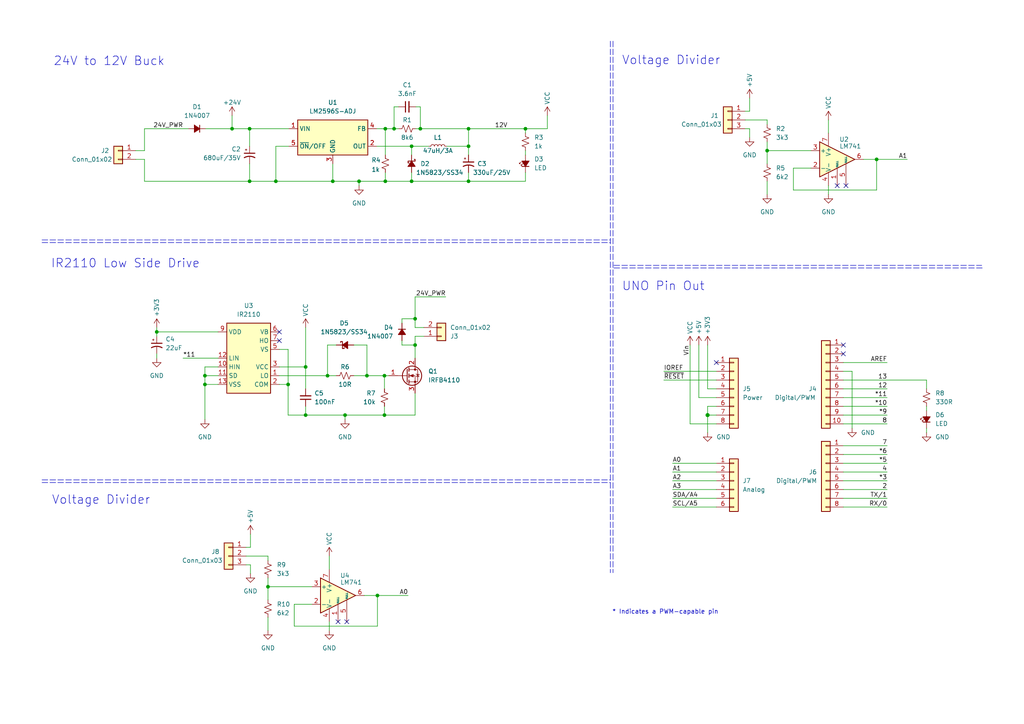
<source format=kicad_sch>
(kicad_sch (version 20230121) (generator eeschema)
  (paper "A4")
  (title_block (title "BSPD_Nucleo_Shield") (date "2024-03-20") (rev "1.0") (company "Phiscape"))
  (lib_symbols
    (symbol "Amplifier_Operational:LM741" (pin_names (offset 0.127))
      (property "Reference" "U" (at 0 6.35 0))
      (property "Value" "LM741" (at 0 3.81 0))
      (symbol "LM741_0_1"
        (polyline (pts (xy -5.08 5.08) (xy 5.08 0) (xy -5.08 -5.08) (xy -5.08 5.08)) (stroke (width 0.254)) (fill (type background)))
      )
      (symbol "LM741_1_1"
        (pin input line (at 0 -7.62 90) (length 5.08) (name "NULL") (number "1"))
        (pin input line (at -7.62 -2.54 0) (length 2.54) (name "-") (number "2"))
        (pin input line (at -7.62 2.54 0) (length 2.54) (name "+") (number "3"))
        (pin power_in line (at -2.54 -7.62 90) (length 3.81) (name "V-") (number "4"))
        (pin input line (at 2.54 -7.62 90) (length 6.35) (name "NULL") (number "5"))
        (pin output line (at 7.62 0 180) (length 2.54) (name "~") (number "6"))
        (pin power_in line (at -2.54 7.62 270) (length 3.81) (name "V+") (number "7"))
        (pin no_connect line (at 0 2.54 270) (length 2.54) hide (name "NC") (number "8"))
      )
    )
    (symbol "Connector_Generic:Conn_01x02" (pin_names (offset 1.016) hide)
      (property "Reference" "J" (at 0 2.54 0))
      (property "Value" "Conn_01x02" (at 0 -5.08 0))
      (symbol "Conn_01x02_1_1"
        (rectangle (start -1.27 -2.413) (end 0 -2.667) (stroke (width 0.1524)))
        (rectangle (start -1.27 0.127) (end 0 -0.127) (stroke (width 0.1524)))
        (rectangle (start -1.27 1.27) (end 1.27 -3.81) (stroke (width 0.254)) (fill (type background)))
        (pin passive line (at -5.08 0 0) (length 3.81) (name "Pin_1") (number "1"))
        (pin passive line (at -5.08 -2.54 0) (length 3.81) (name "Pin_2") (number "2"))
      )
    )
    (symbol "Connector_Generic:Conn_01x03" (pin_names (offset 1.016) hide)
      (property "Reference" "J" (at 0 5.08 0))
      (property "Value" "Conn_01x03" (at 0 -5.08 0))
      (symbol "Conn_01x03_1_1"
        (rectangle (start -1.27 -2.413) (end 0 -2.667) (stroke (width 0.1524)))
        (rectangle (start -1.27 0.127) (end 0 -0.127) (stroke (width 0.1524)))
        (rectangle (start -1.27 2.667) (end 0 2.413) (stroke (width 0.1524)))
        (rectangle (start -1.27 3.81) (end 1.27 -3.81) (stroke (width 0.254)) (fill (type background)))
        (pin passive line (at -5.08 2.54 0) (length 3.81) (name "Pin_1") (number "1"))
        (pin passive line (at -5.08 0 0) (length 3.81) (name "Pin_2") (number "2"))
        (pin passive line (at -5.08 -2.54 0) (length 3.81) (name "Pin_3") (number "3"))
      )
    )
    (symbol "Connector_Generic:Conn_01x06" (pin_names (offset 1.016) hide)
      (property "Reference" "J" (at 0 7.62 0))
      (property "Value" "Conn_01x06" (at 0 -10.16 0))
      (symbol "Conn_01x06_1_1"
        (rectangle (start -1.27 -7.493) (end 0 -7.747) (stroke (width 0.1524)))
        (rectangle (start -1.27 -4.953) (end 0 -5.207) (stroke (width 0.1524)))
        (rectangle (start -1.27 -2.413) (end 0 -2.667) (stroke (width 0.1524)))
        (rectangle (start -1.27 0.127) (end 0 -0.127) (stroke (width 0.1524)))
        (rectangle (start -1.27 2.667) (end 0 2.413) (stroke (width 0.1524)))
        (rectangle (start -1.27 5.207) (end 0 4.953) (stroke (width 0.1524)))
        (rectangle (start -1.27 6.35) (end 1.27 -8.89) (stroke (width 0.254)) (fill (type background)))
        (pin passive line (at -5.08 5.08 0) (length 3.81) (name "Pin_1") (number "1"))
        (pin passive line (at -5.08 2.54 0) (length 3.81) (name "Pin_2") (number "2"))
        (pin passive line (at -5.08 0 0) (length 3.81) (name "Pin_3") (number "3"))
        (pin passive line (at -5.08 -2.54 0) (length 3.81) (name "Pin_4") (number "4"))
        (pin passive line (at -5.08 -5.08 0) (length 3.81) (name "Pin_5") (number "5"))
        (pin passive line (at -5.08 -7.62 0) (length 3.81) (name "Pin_6") (number "6"))
      )
    )
    (symbol "Connector_Generic:Conn_01x08" (pin_names (offset 1.016) hide)
      (property "Reference" "J" (at 0 10.16 0))
      (property "Value" "Conn_01x08" (at 0 -12.7 0))
      (symbol "Conn_01x08_1_1"
        (rectangle (start -1.27 -10.033) (end 0 -10.287) (stroke (width 0.1524)))
        (rectangle (start -1.27 -7.493) (end 0 -7.747) (stroke (width 0.1524)))
        (rectangle (start -1.27 -4.953) (end 0 -5.207) (stroke (width 0.1524)))
        (rectangle (start -1.27 -2.413) (end 0 -2.667) (stroke (width 0.1524)))
        (rectangle (start -1.27 0.127) (end 0 -0.127) (stroke (width 0.1524)))
        (rectangle (start -1.27 2.667) (end 0 2.413) (stroke (width 0.1524)))
        (rectangle (start -1.27 5.207) (end 0 4.953) (stroke (width 0.1524)))
        (rectangle (start -1.27 7.747) (end 0 7.493) (stroke (width 0.1524)))
        (rectangle (start -1.27 8.89) (end 1.27 -11.43) (stroke (width 0.254)) (fill (type background)))
        (pin passive line (at -5.08 7.62 0) (length 3.81) (name "Pin_1") (number "1"))
        (pin passive line (at -5.08 5.08 0) (length 3.81) (name "Pin_2") (number "2"))
        (pin passive line (at -5.08 2.54 0) (length 3.81) (name "Pin_3") (number "3"))
        (pin passive line (at -5.08 0 0) (length 3.81) (name "Pin_4") (number "4"))
        (pin passive line (at -5.08 -2.54 0) (length 3.81) (name "Pin_5") (number "5"))
        (pin passive line (at -5.08 -5.08 0) (length 3.81) (name "Pin_6") (number "6"))
        (pin passive line (at -5.08 -7.62 0) (length 3.81) (name "Pin_7") (number "7"))
        (pin passive line (at -5.08 -10.16 0) (length 3.81) (name "Pin_8") (number "8"))
      )
    )
    (symbol "Connector_Generic:Conn_01x10" (pin_names (offset 1.016) hide)
      (property "Reference" "J" (at 0 12.7 0))
      (property "Value" "Conn_01x10" (at 0 -15.24 0))
      (symbol "Conn_01x10_1_1"
        (rectangle (start -1.27 -12.573) (end 0 -12.827) (stroke (width 0.1524)))
        (rectangle (start -1.27 -10.033) (end 0 -10.287) (stroke (width 0.1524)))
        (rectangle (start -1.27 -7.493) (end 0 -7.747) (stroke (width 0.1524)))
        (rectangle (start -1.27 -4.953) (end 0 -5.207) (stroke (width 0.1524)))
        (rectangle (start -1.27 -2.413) (end 0 -2.667) (stroke (width 0.1524)))
        (rectangle (start -1.27 0.127) (end 0 -0.127) (stroke (width 0.1524)))
        (rectangle (start -1.27 2.667) (end 0 2.413) (stroke (width 0.1524)))
        (rectangle (start -1.27 5.207) (end 0 4.953) (stroke (width 0.1524)))
        (rectangle (start -1.27 7.747) (end 0 7.493) (stroke (width 0.1524)))
        (rectangle (start -1.27 10.287) (end 0 10.033) (stroke (width 0.1524)))
        (rectangle (start -1.27 11.43) (end 1.27 -13.97) (stroke (width 0.254)) (fill (type background)))
        (pin passive line (at -5.08 10.16 0) (length 3.81) (name "Pin_1") (number "1"))
        (pin passive line (at -5.08 -12.7 0) (length 3.81) (name "Pin_10") (number "10"))
        (pin passive line (at -5.08 7.62 0) (length 3.81) (name "Pin_2") (number "2"))
        (pin passive line (at -5.08 5.08 0) (length 3.81) (name "Pin_3") (number "3"))
        (pin passive line (at -5.08 2.54 0) (length 3.81) (name "Pin_4") (number "4"))
        (pin passive line (at -5.08 0 0) (length 3.81) (name "Pin_5") (number "5"))
        (pin passive line (at -5.08 -2.54 0) (length 3.81) (name "Pin_6") (number "6"))
        (pin passive line (at -5.08 -5.08 0) (length 3.81) (name "Pin_7") (number "7"))
        (pin passive line (at -5.08 -7.62 0) (length 3.81) (name "Pin_8") (number "8"))
        (pin passive line (at -5.08 -10.16 0) (length 3.81) (name "Pin_9") (number "9"))
      )
    )
    (symbol "Device:C_Polarized_Small_US" (pin_numbers hide) (pin_names (offset 0.254) hide)
      (property "Reference" "C" (at 0.254 1.778 0))
      (property "Value" "C_Polarized_Small_US" (at 0.254 -2.032 0))
      (symbol "C_Polarized_Small_US_0_1"
        (polyline (pts (xy -1.524 0.508) (xy 1.524 0.508)) (stroke (width 0.3048)))
        (polyline (pts (xy -1.27 1.524) (xy -0.762 1.524)))
        (polyline (pts (xy -1.016 1.27) (xy -1.016 1.778)))
        (arc (start 1.524 -0.762) (mid 0 -0.3734) (end -1.524 -0.762) (stroke (width 0.3048)))
      )
      (symbol "C_Polarized_Small_US_1_1"
        (pin passive line (at 0 2.54 270) (length 2.032) (name "~") (number "1"))
        (pin passive line (at 0 -2.54 90) (length 2.032) (name "~") (number "2"))
      )
    )
    (symbol "Device:C_Small" (pin_numbers hide) (pin_names (offset 0.254) hide)
      (property "Reference" "C" (at 0.254 1.778 0))
      (property "Value" "C_Small" (at 0.254 -2.032 0))
      (symbol "C_Small_0_1"
        (polyline (pts (xy -1.524 -0.508) (xy 1.524 -0.508)) (stroke (width 0.3302)))
        (polyline (pts (xy -1.524 0.508) (xy 1.524 0.508)) (stroke (width 0.3048)))
      )
      (symbol "C_Small_1_1"
        (pin passive line (at 0 2.54 270) (length 2.032) (name "~") (number "1"))
        (pin passive line (at 0 -2.54 90) (length 2.032) (name "~") (number "2"))
      )
    )
    (symbol "Device:D_Schottky_Small_Filled" (pin_numbers hide) (pin_names (offset 0.254) hide)
      (property "Reference" "D" (at -1.27 2.032 0))
      (property "Value" "D_Schottky_Small_Filled" (at -7.112 -2.032 0))
      (symbol "D_Schottky_Small_Filled_0_1"
        (polyline (pts (xy -0.762 0) (xy 0.762 0)))
        (polyline (pts (xy 0.762 -1.016) (xy -0.762 0) (xy 0.762 1.016) (xy 0.762 -1.016)) (stroke (width 0.254)) (fill (type outline)))
        (polyline (pts (xy -1.27 0.762) (xy -1.27 1.016) (xy -0.762 1.016) (xy -0.762 -1.016) (xy -0.254 -1.016) (xy -0.254 -0.762)) (stroke (width 0.254)))
      )
      (symbol "D_Schottky_Small_Filled_1_1"
        (pin passive line (at -2.54 0 0) (length 1.778) (name "K") (number "1"))
        (pin passive line (at 2.54 0 180) (length 1.778) (name "A") (number "2"))
      )
    )
    (symbol "Device:D_Small_Filled" (pin_numbers hide) (pin_names (offset 0.254) hide)
      (property "Reference" "D" (at -1.27 2.032 0))
      (property "Value" "D_Small_Filled" (at -3.81 -2.032 0))
      (symbol "D_Small_Filled_0_1"
        (polyline (pts (xy -0.762 -1.016) (xy -0.762 1.016)) (stroke (width 0.254)))
        (polyline (pts (xy -0.762 0) (xy 0.762 0)))
        (polyline (pts (xy 0.762 -1.016) (xy -0.762 0) (xy 0.762 1.016) (xy 0.762 -1.016)) (stroke (width 0.254)) (fill (type outline)))
      )
      (symbol "D_Small_Filled_1_1"
        (pin passive line (at -2.54 0 0) (length 1.778) (name "K") (number "1"))
        (pin passive line (at 2.54 0 180) (length 1.778) (name "A") (number "2"))
      )
    )
    (symbol "Device:LED_Small_Filled" (pin_numbers hide) (pin_names (offset 0.254) hide)
      (property "Reference" "D" (at -1.27 3.175 0))
      (property "Value" "LED_Small_Filled" (at -4.445 -2.54 0))
      (symbol "LED_Small_Filled_0_1"
        (polyline (pts (xy -0.762 -1.016) (xy -0.762 1.016)) (stroke (width 0.254)))
        (polyline (pts (xy 1.016 0) (xy -0.762 0)))
        (polyline (pts (xy 0.762 -1.016) (xy -0.762 0) (xy 0.762 1.016) (xy 0.762 -1.016)) (stroke (width 0.254)) (fill (type outline)))
        (polyline (pts (xy 0 0.762) (xy -0.508 1.27) (xy -0.254 1.27) (xy -0.508 1.27) (xy -0.508 1.016)))
        (polyline (pts (xy 0.508 1.27) (xy 0 1.778) (xy 0.254 1.778) (xy 0 1.778) (xy 0 1.524)))
      )
      (symbol "LED_Small_Filled_1_1"
        (pin passive line (at -2.54 0 0) (length 1.778) (name "K") (number "1"))
        (pin passive line (at 2.54 0 180) (length 1.778) (name "A") (number "2"))
      )
    )
    (symbol "Device:L_Small" (pin_numbers hide) (pin_names (offset 0.254) hide)
      (property "Reference" "L" (at 0.762 1.016 0))
      (property "Value" "L_Small" (at 0.762 -1.016 0))
      (symbol "L_Small_0_1"
        (arc (start 0 -2.032) (mid 0.5058 -1.524) (end 0 -1.016))
        (arc (start 0 -1.016) (mid 0.5058 -0.508) (end 0 0))
        (arc (start 0 0) (mid 0.5058 0.508) (end 0 1.016))
        (arc (start 0 1.016) (mid 0.5058 1.524) (end 0 2.032))
      )
      (symbol "L_Small_1_1"
        (pin passive line (at 0 2.54 270) (length 0.508) (name "~") (number "1"))
        (pin passive line (at 0 -2.54 90) (length 0.508) (name "~") (number "2"))
      )
    )
    (symbol "Device:Q_NMOS_GDS" (pin_names (offset 0) hide)
      (property "Reference" "Q" (at 5.08 1.27 0))
      (property "Value" "Q_NMOS_GDS" (at 5.08 -1.27 0))
      (symbol "Q_NMOS_GDS_0_1"
        (polyline (pts (xy 0.254 0) (xy -2.54 0)))
        (polyline (pts (xy 0.254 1.905) (xy 0.254 -1.905)) (stroke (width 0.254)))
        (polyline (pts (xy 0.762 -1.27) (xy 0.762 -2.286)) (stroke (width 0.254)))
        (polyline (pts (xy 0.762 0.508) (xy 0.762 -0.508)) (stroke (width 0.254)))
        (polyline (pts (xy 0.762 2.286) (xy 0.762 1.27)) (stroke (width 0.254)))
        (polyline (pts (xy 2.54 2.54) (xy 2.54 1.778)))
        (polyline (pts (xy 2.54 -2.54) (xy 2.54 0) (xy 0.762 0)))
        (polyline (pts (xy 0.762 -1.778) (xy 3.302 -1.778) (xy 3.302 1.778) (xy 0.762 1.778)))
        (polyline (pts (xy 1.016 0) (xy 2.032 0.381) (xy 2.032 -0.381) (xy 1.016 0)) (fill (type outline)))
        (polyline (pts (xy 2.794 0.508) (xy 2.921 0.381) (xy 3.683 0.381) (xy 3.81 0.254)))
        (polyline (pts (xy 3.302 0.381) (xy 2.921 -0.254) (xy 3.683 -0.254) (xy 3.302 0.381)))
        (circle (center 1.651 0) (radius 2.794) (stroke (width 0.254)))
        (circle (center 2.54 -1.778) (radius 0.254) (fill (type outline)))
        (circle (center 2.54 1.778) (radius 0.254) (fill (type outline)))
      )
      (symbol "Q_NMOS_GDS_1_1"
        (pin input line (at -5.08 0 0) (length 2.54) (name "G") (number "1"))
        (pin passive line (at 2.54 5.08 270) (length 2.54) (name "D") (number "2"))
        (pin passive line (at 2.54 -5.08 90) (length 2.54) (name "S") (number "3"))
      )
    )
    (symbol "Device:R_Small_US" (pin_numbers hide) (pin_names (offset 0.254) hide)
      (property "Reference" "R" (at 0.762 0.508 0))
      (property "Value" "R_Small_US" (at 0.762 -1.016 0))
      (symbol "R_Small_US_1_1"
        (polyline (pts (xy 0 0) (xy 1.016 -0.381) (xy 0 -0.762) (xy -1.016 -1.143) (xy 0 -1.524)))
        (polyline (pts (xy 0 1.524) (xy 1.016 1.143) (xy 0 0.762) (xy -1.016 0.381) (xy 0 0)))
        (pin passive line (at 0 2.54 270) (length 1.016) (name "~") (number "1"))
        (pin passive line (at 0 -2.54 90) (length 1.016) (name "~") (number "2"))
      )
    )
    (symbol "Driver_FET:IR2110"
      (property "Reference" "U1" (at 2.1941 15.24 0))
      (property "Value" "IR2110" (at 2.1941 12.7 0))
      (symbol "IR2110_0_1"
        (rectangle (start -6.35 10.16) (end 6.35 -10.16) (stroke (width 0.254)) (fill (type background)))
      )
      (symbol "IR2110_1_1"
        (pin output line (at 8.89 -5.08 180) (length 2.54) (name "LO") (number "1"))
        (pin input line (at -8.89 -2.54 0) (length 2.54) (name "HIN") (number "10"))
        (pin input line (at -8.89 -5.08 0) (length 2.54) (name "SD") (number "11"))
        (pin input line (at -8.89 0 0) (length 2.54) (name "LIN") (number "12"))
        (pin power_in line (at -8.89 -7.62 0) (length 2.54) (name "VSS") (number "13"))
        (pin no_connect line (at -5.08 2.54 0) (length 2.54) hide (name "NC") (number "14"))
        (pin power_in line (at 8.89 -7.62 180) (length 2.54) (name "COM") (number "2"))
        (pin power_in line (at 8.89 -2.54 180) (length 2.54) (name "VCC") (number "3"))
        (pin no_connect line (at -5.08 -2.54 0) (length 2.54) hide (name "NC") (number "4"))
        (pin passive line (at 8.89 2.54 180) (length 2.54) (name "VS") (number "5"))
        (pin passive line (at 8.89 7.62 180) (length 2.54) (name "VB") (number "6"))
        (pin output line (at 8.89 5.08 180) (length 2.54) (name "HO") (number "7"))
        (pin no_connect line (at -5.08 5.08 0) (length 2.54) hide (name "NC") (number "8"))
        (pin power_in line (at -8.89 7.62 0) (length 2.54) (name "VDD") (number "9"))
      )
    )
    (symbol "Regulator_Switching:LM2596S-ADJ"
      (property "Reference" "U" (at -10.16 6.35 0))
      (property "Value" "LM2596S-ADJ" (at 0 6.35 0))
      (symbol "LM2596S-ADJ_0_1"
        (rectangle (start -10.16 5.08) (end 10.16 -5.08) (stroke (width 0.254)) (fill (type background)))
      )
      (symbol "LM2596S-ADJ_1_1"
        (pin power_in line (at -12.7 2.54 0) (length 2.54) (name "VIN") (number "1"))
        (pin output line (at 12.7 -2.54 180) (length 2.54) (name "OUT") (number "2"))
        (pin power_in line (at 0 -7.62 90) (length 2.54) (name "GND") (number "3"))
        (pin input line (at 12.7 2.54 180) (length 2.54) (name "FB") (number "4"))
        (pin input line (at -12.7 -2.54 0) (length 2.54) (name "~{ON}/OFF") (number "5"))
      )
    )
    (symbol "power:+24V" (power) (pin_names (offset 0))
      (property "Value" "+24V" (at 0 3.556 0))
      (symbol "+24V_0_1"
        (polyline (pts (xy -0.762 1.27) (xy 0 2.54)))
        (polyline (pts (xy 0 0) (xy 0 2.54)))
        (polyline (pts (xy 0 2.54) (xy 0.762 1.27)))
      )
      (symbol "+24V_1_1"
        (pin power_in line (at 0 0 90) (length 0) hide (name "+24V") (number "1"))
      )
    )
    (symbol "power:+3V3" (power) (pin_names (offset 0))
      (property "Value" "+3V3" (at 0 3.556 0))
      (symbol "+3V3_0_1"
        (polyline (pts (xy -0.762 1.27) (xy 0 2.54)))
        (polyline (pts (xy 0 0) (xy 0 2.54)))
        (polyline (pts (xy 0 2.54) (xy 0.762 1.27)))
      )
      (symbol "+3V3_1_1"
        (pin power_in line (at 0 0 90) (length 0) hide (name "+3V3") (number "1"))
      )
    )
    (symbol "power:+5V" (power) (pin_names (offset 0))
      (property "Value" "+5V" (at 0 3.556 0))
      (symbol "+5V_0_1"
        (polyline (pts (xy -0.762 1.27) (xy 0 2.54)))
        (polyline (pts (xy 0 0) (xy 0 2.54)))
        (polyline (pts (xy 0 2.54) (xy 0.762 1.27)))
      )
      (symbol "+5V_1_1"
        (pin power_in line (at 0 0 90) (length 0) hide (name "+5V") (number "1"))
      )
    )
    (symbol "power:GND" (power) (pin_names (offset 0))
      (property "Value" "GND" (at 0 -3.81 0))
      (symbol "GND_0_1"
        (polyline (pts (xy 0 0) (xy 0 -1.27) (xy 1.27 -1.27) (xy 0 -2.54) (xy -1.27 -1.27) (xy 0 -1.27)))
      )
      (symbol "GND_1_1"
        (pin power_in line (at 0 0 270) (length 0) hide (name "GND") (number "1"))
      )
    )
    (symbol "power:VCC" (power) (pin_names (offset 0))
      (property "Value" "VCC" (at 0 3.81 0))
      (symbol "VCC_0_1"
        (polyline (pts (xy -0.762 1.27) (xy 0 2.54)))
        (polyline (pts (xy 0 0) (xy 0 2.54)))
        (polyline (pts (xy 0 2.54) (xy 0.762 1.27)))
      )
      (symbol "VCC_1_1"
        (pin power_in line (at 0 0 90) (length 0) hide (name "VCC") (number "1"))
      )
    )
  )
  (junction (at 135.89 37.338))
  (junction (at 106.426 108.966))
  (junction (at 94.996 108.966))
  (junction (at 83.566 111.506))
  (junction (at 111.76 52.578))
  (junction (at 72.39 37.338))
  (junction (at 45.466 96.266))
  (junction (at 72.39 52.578))
  (junction (at 96.52 52.578))
  (junction (at 120.396 100.076))
  (junction (at 205.232 120.396) (diameter 1.016))
  (junction (at 77.724 170.18))
  (junction (at 121.92 37.338))
  (junction (at 135.89 52.578))
  (junction (at 114.3 37.338))
  (junction (at 135.89 42.418))
  (junction (at 88.646 106.426))
  (junction (at 120.396 92.456))
  (junction (at 111.76 37.338))
  (junction (at 80.01 52.578))
  (junction (at 222.504 43.688))
  (junction (at 254.254 46.228))
  (junction (at 152.4 37.338))
  (junction (at 100.076 120.396))
  (junction (at 111.506 120.396))
  (junction (at 88.646 120.396))
  (junction (at 59.436 108.966))
  (junction (at 59.436 111.506))
  (junction (at 109.474 172.72))
  (junction (at 111.506 108.966))
  (junction (at 67.31 37.338))
  (junction (at 119.38 42.418))
  (junction (at 104.14 52.578))
  (junction (at 119.38 52.578))
  (no_connect (at 81.026 98.806))
  (no_connect (at 81.026 96.266))
  (no_connect (at 245.364 53.848))
  (no_connect (at 242.824 53.848))
  (no_connect (at 244.602 100.076))
  (no_connect (at 244.602 102.616))
  (no_connect (at 207.772 105.156))
  (no_connect (at 98.044 180.34))
  (no_connect (at 100.584 180.34))
  (wire (pts (xy 244.602 147.066) (xy 257.302 147.066)))
  (wire (pts (xy 95.504 180.34) (xy 95.504 182.88)))
  (wire (pts (xy 111.506 108.966) (xy 111.506 112.776)))
  (wire (pts (xy 45.466 96.266) (xy 63.246 96.266)))
  (wire (pts (xy 217.424 32.258) (xy 216.154 32.258)))
  (wire (pts (xy 152.4 38.608) (xy 152.4 37.338)))
  (wire (pts (xy 102.616 100.076) (xy 106.426 100.076)))
  (wire (pts (xy 244.602 117.856) (xy 257.302 117.856)))
  (wire (pts (xy 109.22 37.338) (xy 111.76 37.338)))
  (wire (pts (xy 254.254 46.228) (xy 263.144 46.228)))
  (polyline (pts (xy 12.192 139.954) (xy 177.038 139.954)) (stroke (width 0) (type dash)))
  (wire (pts (xy 119.38 52.578) (xy 111.76 52.578)))
  (wire (pts (xy 59.436 111.506) (xy 63.246 111.506)))
  (wire (pts (xy 45.466 96.266) (xy 45.466 94.996)))
  (wire (pts (xy 97.536 100.076) (xy 94.996 100.076)))
  (wire (pts (xy 222.504 43.688) (xy 222.504 47.498)))
  (wire (pts (xy 205.232 117.856) (xy 205.232 120.396)))
  (polyline (pts (xy 177.038 11.938) (xy 177.038 166.116)) (stroke (width 0) (type dash)))
  (wire (pts (xy 195.072 147.066) (xy 207.772 147.066)))
  (wire (pts (xy 116.586 98.806) (xy 116.586 100.076)))
  (wire (pts (xy 80.01 42.418) (xy 80.01 52.578)))
  (wire (pts (xy 109.22 42.418) (xy 119.38 42.418)))
  (wire (pts (xy 111.76 52.578) (xy 104.14 52.578)))
  (wire (pts (xy 81.026 111.506) (xy 83.566 111.506)))
  (wire (pts (xy 104.14 53.848) (xy 104.14 52.578)))
  (wire (pts (xy 96.52 47.498) (xy 96.52 52.578)))
  (wire (pts (xy 230.124 55.118) (xy 254.254 55.118)))
  (wire (pts (xy 120.396 86.106) (xy 120.396 92.456)))
  (wire (pts (xy 205.232 120.396) (xy 205.232 125.476)))
  (wire (pts (xy 72.39 37.338) (xy 72.39 42.418)))
  (wire (pts (xy 41.91 43.688) (xy 39.37 43.688)))
  (wire (pts (xy 116.586 92.456) (xy 120.396 92.456)))
  (wire (pts (xy 94.996 108.966) (xy 97.536 108.966)))
  (wire (pts (xy 114.3 30.988) (xy 114.3 37.338)))
  (wire (pts (xy 205.232 112.776) (xy 207.772 112.776)))
  (wire (pts (xy 88.646 120.396) (xy 100.076 120.396)))
  (wire (pts (xy 202.692 115.316) (xy 207.772 115.316)))
  (wire (pts (xy 67.31 37.338) (xy 72.39 37.338)))
  (wire (pts (xy 202.692 100.076) (xy 202.692 115.316)))
  (wire (pts (xy 152.4 50.038) (xy 152.4 52.578)))
  (wire (pts (xy 244.602 110.236) (xy 268.732 110.236)))
  (wire (pts (xy 222.504 34.798) (xy 222.504 36.068)))
  (wire (pts (xy 205.232 100.076) (xy 205.232 112.776)))
  (wire (pts (xy 244.602 129.286) (xy 257.302 129.286)))
  (wire (pts (xy 85.344 181.61) (xy 109.474 181.61)))
  (wire (pts (xy 207.772 134.366) (xy 195.072 134.366)))
  (wire (pts (xy 59.436 111.506) (xy 59.436 121.666)))
  (wire (pts (xy 244.602 112.776) (xy 257.302 112.776)))
  (wire (pts (xy 152.4 44.958) (xy 152.4 43.688)))
  (wire (pts (xy 53.086 103.886) (xy 63.246 103.886)))
  (wire (pts (xy 244.602 131.826) (xy 257.302 131.826)))
  (wire (pts (xy 106.426 108.966) (xy 111.506 108.966)))
  (wire (pts (xy 83.82 42.418) (xy 80.01 42.418)))
  (wire (pts (xy 222.504 41.148) (xy 222.504 43.688)))
  (polyline (pts (xy 178.054 76.962) (xy 284.734 76.962)) (stroke (width 0) (type dash)))
  (wire (pts (xy 111.76 37.338) (xy 114.3 37.338)))
  (wire (pts (xy 122.936 94.996) (xy 120.396 94.996)))
  (wire (pts (xy 94.996 100.076) (xy 94.996 108.966)))
  (wire (pts (xy 104.14 52.578) (xy 96.52 52.578)))
  (wire (pts (xy 119.38 52.578) (xy 135.89 52.578)))
  (polyline (pts (xy 178.054 77.724) (xy 284.988 77.724)) (stroke (width 0) (type dash)))
  (wire (pts (xy 120.65 37.338) (xy 121.92 37.338)))
  (polyline (pts (xy 12.192 70.358) (xy 177.038 70.358)) (stroke (width 0) (type dash)))
  (wire (pts (xy 120.396 100.076) (xy 120.396 103.886)))
  (wire (pts (xy 115.57 30.988) (xy 114.3 30.988)))
  (wire (pts (xy 217.424 37.338) (xy 216.154 37.338)))
  (wire (pts (xy 244.602 120.396) (xy 257.302 120.396)))
  (wire (pts (xy 72.39 47.498) (xy 72.39 52.578)))
  (wire (pts (xy 67.31 37.338) (xy 67.31 33.528)))
  (wire (pts (xy 41.91 52.578) (xy 72.39 52.578)))
  (wire (pts (xy 120.65 30.988) (xy 121.92 30.988)))
  (wire (pts (xy 135.89 52.578) (xy 135.89 50.038)))
  (wire (pts (xy 41.91 46.228) (xy 41.91 52.578)))
  (wire (pts (xy 116.586 100.076) (xy 120.396 100.076)))
  (wire (pts (xy 268.732 125.476) (xy 268.732 124.206)))
  (wire (pts (xy 135.89 52.578) (xy 152.4 52.578)))
  (wire (pts (xy 41.91 43.688) (xy 41.91 37.338)))
  (wire (pts (xy 244.602 136.906) (xy 257.302 136.906)))
  (wire (pts (xy 240.284 34.798) (xy 240.284 38.608)))
  (wire (pts (xy 39.37 46.228) (xy 41.91 46.228)))
  (wire (pts (xy 81.026 101.346) (xy 83.566 101.346)))
  (wire (pts (xy 59.436 108.966) (xy 63.246 108.966)))
  (wire (pts (xy 102.616 108.966) (xy 106.426 108.966)))
  (wire (pts (xy 83.566 101.346) (xy 83.566 111.506)))
  (wire (pts (xy 121.92 37.338) (xy 135.89 37.338)))
  (wire (pts (xy 192.532 107.696) (xy 207.772 107.696)))
  (wire (pts (xy 45.466 103.886) (xy 45.466 102.616)))
  (wire (pts (xy 114.3 37.338) (xy 115.57 37.338)))
  (wire (pts (xy 129.54 42.418) (xy 135.89 42.418)))
  (polyline (pts (xy 12.192 139.192) (xy 177.038 139.192)) (stroke (width 0) (type dash)))
  (wire (pts (xy 240.284 53.848) (xy 240.284 56.388)))
  (wire (pts (xy 77.724 179.07) (xy 77.724 182.88)))
  (wire (pts (xy 158.75 37.338) (xy 152.4 37.338)))
  (wire (pts (xy 247.142 107.696) (xy 247.142 124.206)))
  (wire (pts (xy 112.776 108.966) (xy 111.506 108.966)))
  (wire (pts (xy 120.396 94.996) (xy 120.396 92.456)))
  (wire (pts (xy 72.39 52.578) (xy 80.01 52.578)))
  (wire (pts (xy 235.204 48.768) (xy 230.124 48.768)))
  (wire (pts (xy 83.566 111.506) (xy 83.566 120.396)))
  (wire (pts (xy 244.602 105.156) (xy 257.302 105.156)))
  (wire (pts (xy 111.506 117.856) (xy 111.506 120.396)))
  (wire (pts (xy 109.474 181.61) (xy 109.474 172.72)))
  (wire (pts (xy 120.396 97.536) (xy 120.396 100.076)))
  (wire (pts (xy 106.426 100.076) (xy 106.426 108.966)))
  (wire (pts (xy 77.724 170.18) (xy 77.724 173.99)))
  (wire (pts (xy 207.772 139.446) (xy 195.072 139.446)))
  (wire (pts (xy 192.532 110.236) (xy 207.772 110.236)))
  (wire (pts (xy 111.76 37.338) (xy 111.76 44.958)))
  (wire (pts (xy 268.732 110.236) (xy 268.732 112.776)))
  (wire (pts (xy 216.154 34.798) (xy 222.504 34.798)))
  (wire (pts (xy 207.772 120.396) (xy 205.232 120.396)))
  (wire (pts (xy 222.504 43.688) (xy 235.204 43.688)))
  (wire (pts (xy 268.732 119.126) (xy 268.732 117.856)))
  (wire (pts (xy 88.646 112.776) (xy 88.646 106.426)))
  (wire (pts (xy 85.344 175.26) (xy 85.344 181.61)))
  (wire (pts (xy 81.026 108.966) (xy 94.996 108.966)))
  (wire (pts (xy 207.772 122.936) (xy 200.152 122.936)))
  (wire (pts (xy 120.396 120.396) (xy 111.506 120.396)))
  (wire (pts (xy 135.89 37.338) (xy 152.4 37.338)))
  (wire (pts (xy 195.072 136.906) (xy 207.772 136.906)))
  (wire (pts (xy 59.69 37.338) (xy 67.31 37.338)))
  (wire (pts (xy 88.646 117.856) (xy 88.646 120.396)))
  (wire (pts (xy 59.436 108.966) (xy 59.436 111.506)))
  (wire (pts (xy 120.396 114.046) (xy 120.396 120.396)))
  (wire (pts (xy 77.724 161.29) (xy 77.724 162.56)))
  (wire (pts (xy 109.474 172.72) (xy 105.664 172.72)))
  (wire (pts (xy 119.38 42.418) (xy 124.46 42.418)))
  (wire (pts (xy 158.75 33.528) (xy 158.75 37.338)))
  (wire (pts (xy 41.91 37.338) (xy 54.61 37.338)))
  (wire (pts (xy 72.644 163.83) (xy 72.644 166.37)))
  (wire (pts (xy 77.724 167.64) (xy 77.724 170.18)))
  (polyline (pts (xy 177.8 11.938) (xy 177.8 166.116)) (stroke (width 0) (type dash)))
  (wire (pts (xy 244.602 107.696) (xy 247.142 107.696)))
  (wire (pts (xy 81.026 106.426) (xy 88.646 106.426)))
  (wire (pts (xy 129.286 86.106) (xy 120.396 86.106)))
  (wire (pts (xy 254.254 55.118) (xy 254.254 46.228)))
  (wire (pts (xy 72.39 37.338) (xy 83.82 37.338)))
  (wire (pts (xy 135.89 44.958) (xy 135.89 42.418)))
  (wire (pts (xy 207.772 117.856) (xy 205.232 117.856)))
  (wire (pts (xy 88.646 120.396) (xy 83.566 120.396)))
  (wire (pts (xy 96.52 52.578) (xy 80.01 52.578)))
  (wire (pts (xy 71.374 161.29) (xy 77.724 161.29)))
  (wire (pts (xy 244.602 115.316) (xy 257.302 115.316)))
  (wire (pts (xy 217.424 37.338) (xy 217.424 39.878)))
  (wire (pts (xy 244.602 134.366) (xy 257.302 134.366)))
  (wire (pts (xy 72.644 158.75) (xy 71.374 158.75)))
  (wire (pts (xy 135.89 37.338) (xy 135.89 42.418)))
  (wire (pts (xy 121.92 30.988) (xy 121.92 37.338)))
  (wire (pts (xy 195.072 141.986) (xy 207.772 141.986)))
  (wire (pts (xy 217.424 28.448) (xy 217.424 32.258)))
  (wire (pts (xy 59.436 106.426) (xy 59.436 108.966)))
  (wire (pts (xy 45.466 96.266) (xy 45.466 97.536)))
  (wire (pts (xy 72.644 163.83) (xy 71.374 163.83)))
  (wire (pts (xy 90.424 175.26) (xy 85.344 175.26)))
  (wire (pts (xy 100.076 121.666) (xy 100.076 120.396)))
  (wire (pts (xy 222.504 52.578) (xy 222.504 56.388)))
  (wire (pts (xy 122.936 97.536) (xy 120.396 97.536)))
  (wire (pts (xy 77.724 170.18) (xy 90.424 170.18)))
  (wire (pts (xy 72.644 154.94) (xy 72.644 158.75)))
  (wire (pts (xy 111.76 50.038) (xy 111.76 52.578)))
  (wire (pts (xy 254.254 46.228) (xy 250.444 46.228)))
  (wire (pts (xy 109.474 172.72) (xy 118.364 172.72)))
  (wire (pts (xy 244.602 141.986) (xy 257.302 141.986)))
  (wire (pts (xy 116.586 93.726) (xy 116.586 92.456)))
  (wire (pts (xy 244.602 139.446) (xy 257.302 139.446)))
  (wire (pts (xy 100.076 120.396) (xy 111.506 120.396)))
  (wire (pts (xy 63.246 106.426) (xy 59.436 106.426)))
  (wire (pts (xy 88.646 94.996) (xy 88.646 106.426)))
  (wire (pts (xy 244.602 144.526) (xy 257.302 144.526)))
  (wire (pts (xy 200.152 122.936) (xy 200.152 100.076)))
  (wire (pts (xy 119.38 50.038) (xy 119.38 52.578)))
  (wire (pts (xy 119.38 42.418) (xy 119.38 44.958)))
  (wire (pts (xy 95.504 161.29) (xy 95.504 165.1)))
  (wire (pts (xy 207.772 144.526) (xy 195.072 144.526)))
  (wire (pts (xy 230.124 48.768) (xy 230.124 55.118)))
  (polyline (pts (xy 12.192 69.596) (xy 177.038 69.596)) (stroke (width 0) (type dash)))
  (wire (pts (xy 244.602 122.936) (xy 257.302 122.936)))
  (text "Voltage Divider" (at 180.34 19.05 0) (effects (font (size 2.5 2.5)) (justify left bottom)))
  (text "IR2110 Low Side Drive" (at 14.732 77.978 0) (effects (font (size 2.5 2.5)) (justify left bottom)))
  (text "* Indicates a PWM-capable pin" (at 177.546 178.308 0) (effects (font (size 1.27 1.27)) (justify left bottom)))
  (text "24V to 12V Buck" (at 15.494 19.304 0) (effects (font (size 2.5 2.5)) (justify left bottom)))
  (text "UNO Pin Out" (at 180.34 84.582 0) (effects (font (size 2.5 2.5)) (justify left bottom)))
  (text "Voltage Divider" (at 14.986 146.558 0) (effects (font (size 2.5 2.5)) (justify left bottom)))
  (label "RX{slash}0" (at 257.302 147.066 180))
  (label "A2" (at 195.072 139.446 0))
  (label "4" (at 257.302 136.906 180))
  (label "*11" (at 53.086 103.886 0))
  (label "2" (at 257.302 141.986 180))
  (label "A3" (at 195.072 141.986 0))
  (label "13" (at 257.302 110.236 180))
  (label "12" (at 257.302 112.776 180))
  (label "24V_PWR" (at 44.45 37.338 0))
  (label "~{RESET}" (at 192.532 110.236 0))
  (label "*10" (at 257.302 117.856 180))
  (label "A0" (at 118.364 172.72 180))
  (label "7" (at 257.302 129.286 180))
  (label "A1" (at 263.144 46.228 180))
  (label "8" (at 257.302 122.936 180))
  (label "12V" (at 143.51 37.338 0))
  (label "*11" (at 257.302 115.316 180))
  (label "*3" (at 257.302 139.446 180))
  (label "A1" (at 195.072 136.906 0))
  (label "TX{slash}1" (at 257.302 144.526 180))
  (label "A0" (at 195.072 134.366 0))
  (label "AREF" (at 257.302 105.156 180))
  (label "Vin" (at 200.152 100.076 270))
  (label "*6" (at 257.302 131.826 180))
  (label "*9" (at 257.302 120.396 180))
  (label "*5" (at 257.302 134.366 180))
  (label "IOREF" (at 192.532 107.696 0))
  (label "SDA{slash}A4" (at 195.072 144.526 0))
  (label "SCL{slash}A5" (at 195.072 147.066 0))
  (label "24V_PWR" (at 129.286 86.106 180))
  (symbol (lib_id "Connector_Generic:Conn_01x08") (at 212.852 112.776 0) (unit 1)
    (property "Reference" "J5" (at 215.392 112.776 0) (effects (justify left)))
    (property "Value" "Power" (at 215.392 115.316 0) (effects (justify left)))
    (property "Footprint" "Connector_PinHeader_2.54mm:PinHeader_1x08_P2.54mm_Vertical" (effects hide))
  )
  (symbol (lib_id "power:+3V3") (at 205.232 100.076 0) (unit 1)
    (property "Reference" "#PWR013" (effects hide))
    (property "Value" "+3.3V" (at 205.1984 94.3231 90))
  )
  (symbol (lib_id "power:+5V") (at 202.692 100.076 0) (unit 1)
    (property "Reference" "#PWR012" (effects hide))
    (property "Value" "+5V" (at 202.6867 96.9937 90) (effects (justify left)))
  )
  (symbol (lib_id "power:GND") (at 205.232 125.476 0) (unit 1)
    (property "Reference" "#PWR018" (effects hide))
    (property "Value" "GND" (at 207.772 126.746 0) (effects (justify left)))
  )
  (symbol (lib_id "Connector_Generic:Conn_01x10") (at 239.522 110.236 0) (mirror y) (unit 1)
    (property "Reference" "J4" (at 235.712 112.776 0))
    (property "Value" "Digital/PWM" (at 230.632 115.316 0))
    (property "Footprint" "Connector_PinHeader_2.54mm:PinHeader_1x10_P2.54mm_Vertical" (effects hide))
  )
  (symbol (lib_id "power:GND") (at 247.142 124.206 0) (unit 1)
    (property "Reference" "#PWR017" (effects hide))
    (property "Value" "GND" (at 249.682 125.476 0) (effects (justify left)))
  )
  (symbol (lib_id "Connector_Generic:Conn_01x06") (at 212.852 139.446 0) (unit 1)
    (property "Reference" "J7" (at 215.392 139.446 0) (effects (justify left)))
    (property "Value" "Analog" (at 215.392 141.986 0) (effects (justify left)))
    (property "Footprint" "Connector_PinHeader_2.54mm:PinHeader_1x06_P2.54mm_Vertical" (effects hide))
  )
  (symbol (lib_id "Connector_Generic:Conn_01x08") (at 239.522 136.906 0) (mirror y) (unit 1)
    (property "Reference" "J6" (at 236.982 136.906 0) (effects (justify left)))
    (property "Value" "Digital/PWM" (at 236.982 139.446 0) (effects (justify left)))
    (property "Footprint" "Connector_PinHeader_2.54mm:PinHeader_1x08_P2.54mm_Vertical" (effects hide))
  )
  (symbol (lib_id "power:GND") (at 100.076 121.666 0) (unit 1)
    (property "Reference" "#PWR016" (effects hide))
    (property "Value" "GND" (at 100.076 126.746 0))
  )
  (symbol (lib_id "Connector_Generic:Conn_01x03") (at 211.074 34.798 0) (mirror y) (unit 1)
    (property "Reference" "J1" (at 207.264 33.528 0))
    (property "Value" "Conn_01x03" (at 203.454 36.068 0))
    (property "Footprint" "TerminalBlock:TerminalBlock_bornier-3_P5.08mm" (effects hide))
  )
  (symbol (lib_id "Device:R_Small_US") (at 268.732 115.316 0) (unit 1)
    (property "Reference" "R8" (at 271.272 114.046 0) (effects (justify left)))
    (property "Value" "330R" (at 271.272 116.586 0) (effects (justify left)))
    (property "Footprint" "Resistor_THT:R_Axial_DIN0207_L6.3mm_D2.5mm_P10.16mm_Horizontal" (effects hide))
  )
  (symbol (lib_id "power:GND") (at 77.724 182.88 0) (unit 1)
    (property "Reference" "#PWR023" (effects hide))
    (property "Value" "GND" (at 77.724 187.96 0))
  )
  (symbol (lib_id "Device:C_Small") (at 118.11 30.988 90) (unit 1)
    (property "Reference" "C1" (at 118.1163 24.638 90))
    (property "Value" "3.6nF" (at 118.1163 27.178 90))
    (property "Footprint" "Capacitor_THT:C_Disc_D3.0mm_W2.0mm_P2.50mm" (effects hide))
  )
  (symbol (lib_id "Amplifier_Operational:LM741") (at 98.044 172.72 0) (unit 1)
    (property "Reference" "U4" (at 100.0399 166.9245 0))
    (property "Value" "LM741" (at 101.854 168.91 0))
    (property "Footprint" "Package_DIP:DIP-8_W7.62mm_LongPads" (effects hide))
    (property "Datasheet" "http://www.ti.com/lit/ds/symlink/lm741.pdf" (effects hide))
  )
  (symbol (lib_id "Device:C_Polarized_Small_US") (at 72.39 44.958 0) (unit 1)
    (property "Reference" "C2" (at 69.85 43.2562 0) (effects (justify right)))
    (property "Value" "680uF/35V" (at 69.85 45.7962 0) (effects (justify right)))
    (property "Footprint" "Capacitor_THT:CP_Radial_D10.0mm_P5.00mm" (effects hide))
  )
  (symbol (lib_id "Device:Q_NMOS_GDS") (at 117.856 108.966 0) (unit 1)
    (property "Reference" "Q1" (at 124.206 107.696 0) (effects (justify left)))
    (property "Value" "IRFB4110" (at 124.206 110.236 0) (effects (justify left)))
    (property "Footprint" "Package_TO_SOT_THT:TO-220-3_Vertical" (effects hide))
  )
  (symbol (lib_id "Device:L_Small") (at 127 42.418 90) (unit 1)
    (property "Reference" "L1" (at 127 39.878 90))
    (property "Value" "47uH/3A" (at 127 43.688 90))
    (property "Footprint" "Inductor_SMD:L_12x12mm_H8mm" (effects hide))
  )
  (symbol (lib_id "Device:R_Small_US") (at 111.76 47.498 0) (unit 1)
    (property "Reference" "R4" (at 107.7223 46.4355 0) (effects (justify left)))
    (property "Value" "1k" (at 107.7223 49.1751 0) (effects (justify left)))
    (property "Footprint" "Resistor_THT:R_Axial_DIN0207_L6.3mm_D2.5mm_P10.16mm_Horizontal" (effects hide))
  )
  (symbol (lib_id "power:GND") (at 95.504 182.88 0) (unit 1)
    (property "Reference" "#PWR024" (effects hide))
    (property "Value" "GND" (at 95.504 187.96 0))
  )
  (symbol (lib_id "Device:R_Small_US") (at 111.506 115.316 0) (unit 1)
    (property "Reference" "R7" (at 108.966 114.046 0) (effects (justify right)))
    (property "Value" "10k" (at 108.966 116.586 0) (effects (justify right)))
    (property "Footprint" "Resistor_THT:R_Axial_DIN0207_L6.3mm_D2.5mm_P10.16mm_Horizontal" (effects hide))
  )
  (symbol (lib_id "power:+24V") (at 67.31 33.528 0) (unit 1)
    (property "Reference" "#PWR02" (effects hide))
    (property "Value" "+24V" (at 67.31 29.718 0))
  )
  (symbol (lib_id "power:VCC") (at 88.646 94.996 0) (unit 1)
    (property "Reference" "#PWR010" (effects hide))
    (property "Value" "VCC" (at 88.646 89.916 90))
  )
  (symbol (lib_id "power:VCC") (at 200.152 100.076 0) (unit 1)
    (property "Reference" "#PWR011" (effects hide))
    (property "Value" "VCC" (at 200.152 94.996 90))
  )
  (symbol (lib_id "power:+5V") (at 217.424 28.448 0) (unit 1)
    (property "Reference" "#PWR01" (effects hide))
    (property "Value" "+5V" (at 217.4187 25.3657 90) (effects (justify left)))
  )
  (symbol (lib_id "power:VCC") (at 240.284 34.798 0) (unit 1)
    (property "Reference" "#PWR04" (effects hide))
    (property "Value" "VCC" (at 240.284 29.718 90))
  )
  (symbol (lib_id "Device:R_Small_US") (at 152.4 41.148 0) (unit 1)
    (property "Reference" "R3" (at 154.94 39.878 0) (effects (justify left)))
    (property "Value" "1k" (at 154.94 42.418 0) (effects (justify left)))
    (property "Footprint" "Resistor_THT:R_Axial_DIN0207_L6.3mm_D2.5mm_P10.16mm_Horizontal" (effects hide))
  )
  (symbol (lib_id "Connector_Generic:Conn_01x02") (at 128.016 97.536 0) (mirror x) (unit 1)
    (property "Reference" "J3" (at 130.556 97.536 0) (effects (justify left)))
    (property "Value" "Conn_01x02" (at 130.556 94.996 0) (effects (justify left)))
    (property "Footprint" "TerminalBlock:TerminalBlock_bornier-2_P5.08mm" (effects hide))
  )
  (symbol (lib_id "Device:R_Small_US") (at 77.724 176.53 0) (unit 1)
    (property "Reference" "R10" (at 80.264 175.26 0) (effects (justify left)))
    (property "Value" "6k2" (at 80.264 177.8 0) (effects (justify left)))
    (property "Footprint" "Resistor_THT:R_Axial_DIN0207_L6.3mm_D2.5mm_P10.16mm_Horizontal" (effects hide))
  )
  (symbol (lib_id "Device:LED_Small_Filled") (at 268.732 121.666 90) (unit 1)
    (property "Reference" "D6" (at 271.272 120.3325 90) (effects (justify right)))
    (property "Value" "LED" (at 271.272 122.8725 90) (effects (justify right)))
    (property "Footprint" "LED_THT:LED_D3.0mm" (effects hide))
  )
  (symbol (lib_id "Amplifier_Operational:LM741") (at 242.824 46.228 0) (unit 1)
    (property "Reference" "U2" (at 244.8199 40.4325 0))
    (property "Value" "LM741" (at 246.634 42.418 0))
    (property "Footprint" "Package_DIP:DIP-8_W7.62mm_LongPads" (effects hide))
    (property "Datasheet" "http://www.ti.com/lit/ds/symlink/lm741.pdf" (effects hide))
  )
  (symbol (lib_id "power:GND") (at 104.14 53.848 0) (unit 1)
    (property "Reference" "#PWR06" (effects hide))
    (property "Value" "GND" (at 104.14 58.928 0))
  )
  (symbol (lib_id "Device:LED_Small_Filled") (at 152.4 47.498 90) (unit 1)
    (property "Reference" "D3" (at 154.94 46.1645 90) (effects (justify right)))
    (property "Value" "LED" (at 154.94 48.7045 90) (effects (justify right)))
    (property "Footprint" "LED_THT:LED_D3.0mm" (effects hide))
  )
  (symbol (lib_id "Device:C_Small") (at 88.646 115.316 180) (unit 1)
    (property "Reference" "C5" (at 91.186 114.0396 0) (effects (justify right)))
    (property "Value" "100nF" (at 91.186 116.5796 0) (effects (justify right)))
    (property "Footprint" "Capacitor_THT:C_Disc_D3.0mm_W2.0mm_P2.50mm" (effects hide))
  )
  (symbol (lib_id "Device:D_Schottky_Small_Filled") (at 100.076 100.076 0) (unit 1)
    (property "Reference" "D5" (at 99.822 93.726 0))
    (property "Value" "1N5823/SS34" (at 99.822 96.266 0))
    (property "Footprint" "Diode_SMD:D_SMA_Handsoldering" (effects hide))
  )
  (symbol (lib_id "power:GND") (at 240.284 56.388 0) (unit 1)
    (property "Reference" "#PWR08" (effects hide))
    (property "Value" "GND" (at 240.284 61.468 0))
  )
  (symbol (lib_id "Driver_FET:IR2110") (at 72.136 103.886 0) (unit 1)
    (property "Reference" "U3" (at 72.136 88.646 0))
    (property "Value" "IR2110" (at 72.136 91.186 0))
    (property "Footprint" "Package_DIP:DIP-14_W7.62mm_LongPads" (effects hide))
    (property "Datasheet" "https://www.infineon.com/dgdl/ir2110.pdf?fileId=5546d462533600a4015355c80333167e" (effects hide))
  )
  (symbol (lib_id "power:GND") (at 72.644 166.37 0) (unit 1)
    (property "Reference" "#PWR022" (effects hide))
    (property "Value" "GND" (at 72.644 171.45 0))
  )
  (symbol (lib_id "power:+5V") (at 72.644 154.94 0) (unit 1)
    (property "Reference" "#PWR020" (effects hide))
    (property "Value" "+5V" (at 72.6387 151.8577 90) (effects (justify left)))
  )
  (symbol (lib_id "power:GND") (at 45.466 103.886 0) (unit 1)
    (property "Reference" "#PWR014" (effects hide))
    (property "Value" "GND" (at 45.466 108.966 0))
  )
  (symbol (lib_id "Device:R_Small_US") (at 118.11 37.338 90) (unit 1)
    (property "Reference" "R1" (at 118.11 34.798 90))
    (property "Value" "8k6" (at 118.11 39.878 90))
    (property "Footprint" "Resistor_THT:R_Axial_DIN0207_L6.3mm_D2.5mm_P10.16mm_Horizontal" (effects hide))
  )
  (symbol (lib_id "power:GND") (at 268.732 125.476 0) (unit 1)
    (property "Reference" "#PWR019" (effects hide))
    (property "Value" "GND" (at 271.272 126.746 0) (effects (justify left)))
  )
  (symbol (lib_id "Connector_Generic:Conn_01x03") (at 66.294 161.29 0) (mirror y) (unit 1)
    (property "Reference" "J8" (at 62.484 160.02 0))
    (property "Value" "Conn_01x03" (at 58.674 162.56 0))
    (property "Footprint" "TerminalBlock:TerminalBlock_bornier-3_P5.08mm" (effects hide))
  )
  (symbol (lib_id "power:VCC") (at 95.504 161.29 0) (unit 1)
    (property "Reference" "#PWR021" (effects hide))
    (property "Value" "VCC" (at 95.504 156.21 90))
  )
  (symbol (lib_id "Regulator_Switching:LM2596S-ADJ") (at 96.52 39.878 0) (unit 1)
    (property "Reference" "U1" (at 96.52 29.718 0))
    (property "Value" "LM2596S-ADJ" (at 96.52 32.258 0))
    (property "Footprint" "Package_TO_SOT_SMD:TO-263-5_TabPin3" (effects hide))
    (property "Datasheet" "http://www.ti.com/lit/ds/symlink/lm2596.pdf" (effects hide))
  )
  (symbol (lib_id "power:VCC") (at 158.75 33.528 0) (unit 1)
    (property "Reference" "#PWR03" (effects hide))
    (property "Value" "VCC" (at 158.75 28.448 90))
  )
  (symbol (lib_id "Device:R_Small_US") (at 77.724 165.1 0) (unit 1)
    (property "Reference" "R9" (at 80.264 163.83 0) (effects (justify left)))
    (property "Value" "3k3" (at 80.264 166.37 0) (effects (justify left)))
    (property "Footprint" "Resistor_THT:R_Axial_DIN0207_L6.3mm_D2.5mm_P10.16mm_Horizontal" (effects hide))
  )
  (symbol (lib_id "Device:R_Small_US") (at 100.076 108.966 90) (unit 1)
    (property "Reference" "R6" (at 100.076 106.426 90))
    (property "Value" "10R" (at 100.076 111.506 90))
    (property "Footprint" "Resistor_THT:R_Axial_DIN0207_L6.3mm_D2.5mm_P10.16mm_Horizontal" (effects hide))
  )
  (symbol (lib_id "Device:D_Small_Filled") (at 116.586 96.266 270) (unit 1)
    (property "Reference" "D4" (at 114.046 94.996 90) (effects (justify right)))
    (property "Value" "1N4007" (at 114.046 97.536 90) (effects (justify right)))
    (property "Footprint" "Diode_THT:D_DO-41_SOD81_P10.16mm_Horizontal" (effects hide))
    (property "Sim.Device" "D" (effects hide))
    (property "Sim.Pins" "1=K 2=A" (effects hide))
  )
  (symbol (lib_id "power:GND") (at 59.436 121.666 0) (unit 1)
    (property "Reference" "#PWR015" (effects hide))
    (property "Value" "GND" (at 59.436 126.746 0))
  )
  (symbol (lib_id "power:GND") (at 222.504 56.388 0) (unit 1)
    (property "Reference" "#PWR07" (effects hide))
    (property "Value" "GND" (at 222.504 61.468 0))
  )
  (symbol (lib_id "power:GND") (at 217.424 39.878 0) (unit 1)
    (property "Reference" "#PWR05" (effects hide))
    (property "Value" "GND" (at 217.424 44.958 0))
  )
  (symbol (lib_id "Device:R_Small_US") (at 222.504 50.038 0) (unit 1)
    (property "Reference" "R5" (at 225.044 48.768 0) (effects (justify left)))
    (property "Value" "6k2" (at 225.044 51.308 0) (effects (justify left)))
    (property "Footprint" "Resistor_THT:R_Axial_DIN0207_L6.3mm_D2.5mm_P10.16mm_Horizontal" (effects hide))
  )
  (symbol (lib_id "Device:C_Polarized_Small_US") (at 45.466 100.076 0) (unit 1)
    (property "Reference" "C4" (at 48.006 98.3742 0) (effects (justify left)))
    (property "Value" "22uF" (at 48.006 100.9142 0) (effects (justify left)))
    (property "Footprint" "Capacitor_THT:CP_Radial_D5.0mm_P2.00mm" (effects hide))
  )
  (symbol (lib_id "Connector_Generic:Conn_01x02") (at 34.29 43.688 0) (mirror y) (unit 1)
    (property "Reference" "J2" (at 30.48 43.688 0))
    (property "Value" "Conn_01x02" (at 26.67 46.228 0))
    (property "Footprint" "TerminalBlock:TerminalBlock_bornier-2_P5.08mm" (effects hide))
  )
  (symbol (lib_id "Device:D_Small_Filled") (at 57.15 37.338 180) (unit 1)
    (property "Reference" "D1" (at 57.15 30.988 0))
    (property "Value" "1N4007" (at 57.15 33.528 0))
    (property "Footprint" "Diode_THT:D_DO-41_SOD81_P10.16mm_Horizontal" (effects hide))
    (property "Sim.Device" "D" (effects hide))
    (property "Sim.Pins" "1=K 2=A" (effects hide))
  )
  (symbol (lib_id "Device:C_Polarized_Small_US") (at 135.89 47.498 0) (unit 1)
    (property "Reference" "C3" (at 138.43 47.498 0) (effects (justify left)))
    (property "Value" "330uF/25V" (at 137.16 50.038 0) (effects (justify left)))
    (property "Footprint" "Capacitor_THT:CP_Radial_D8.0mm_P3.50mm" (effects hide))
  )
  (symbol (lib_id "Device:R_Small_US") (at 222.504 38.608 0) (unit 1)
    (property "Reference" "R2" (at 225.044 37.338 0) (effects (justify left)))
    (property "Value" "3k3" (at 225.044 39.878 0) (effects (justify left)))
    (property "Footprint" "Resistor_THT:R_Axial_DIN0207_L6.3mm_D2.5mm_P10.16mm_Horizontal" (effects hide))
  )
  (symbol (lib_id "power:+3V3") (at 45.466 94.996 0) (unit 1)
    (property "Reference" "#PWR09" (effects hide))
    (property "Value" "+3.3V" (at 45.4324 89.2431 90))
  )
  (symbol (lib_id "Device:D_Schottky_Small_Filled") (at 119.38 47.498 270) (unit 1)
    (property "Reference" "D2" (at 121.92 47.498 90) (effects (justify left)))
    (property "Value" "1N5823/SS34" (at 120.65 50.038 90) (effects (justify left)))
    (property "Footprint" "Diode_SMD:D_SMA_Handsoldering" (effects hide))
  )
)
</source>
